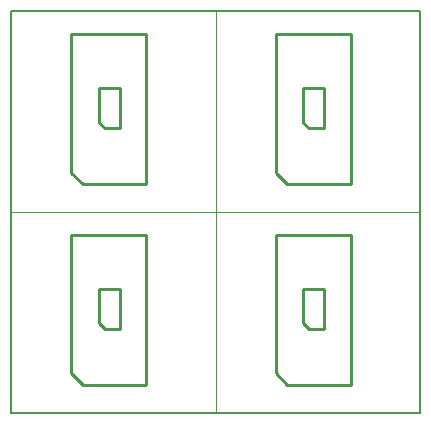
<source format=gto>
G04 DipTrace 2.3.1.0*
%INOptoSwitch.GTO*%
%MOMM*%
%ADD10C,0.25*%
%ADD14C,0.1*%
%ADD15C,0.2*%
%FSLAX53Y53*%
G04*
G71*
G90*
G75*
G01*
%LNTopSilk*%
%LPD*%
X28943Y14453D2*
D10*
Y11053D1*
X27643D1*
X27143Y11553D1*
Y14453D1*
X28943D1*
X31194Y6350D2*
X25797D1*
X24844Y7303D1*
Y19050D1*
X31194D1*
Y6350D1*
X11639Y14453D2*
Y11053D1*
X10339D1*
X9839Y11553D1*
Y14453D1*
X11639D1*
X13891Y6350D2*
X8493D1*
X7541Y7303D1*
Y19050D1*
X13891D1*
Y6350D1*
X11639Y31439D2*
Y28039D1*
X10339D1*
X9839Y28539D1*
Y31439D1*
X11639D1*
X13891Y23336D2*
X8493D1*
X7541Y24289D1*
Y36036D1*
X13891D1*
Y23336D1*
X28943Y31439D2*
Y28039D1*
X27643D1*
X27143Y28539D1*
Y31439D1*
X28943D1*
X31194Y23336D2*
X25797D1*
X24844Y24289D1*
Y36036D1*
X31194D1*
Y23336D1*
X19763Y20956D2*
D14*
X37069D1*
Y3968D1*
X19763D1*
Y20956D1*
X2460D2*
X19765D1*
X19766Y3968D1*
X2460D1*
Y20956D1*
Y37943D2*
X19765D1*
X19766Y20955D1*
X2460D1*
Y37943D1*
X19763D2*
X37069D1*
Y20955D1*
X19763D1*
Y37943D1*
X2460Y37941D2*
D15*
X37067D1*
Y3968D1*
X2460D1*
Y37941D1*
M02*

</source>
